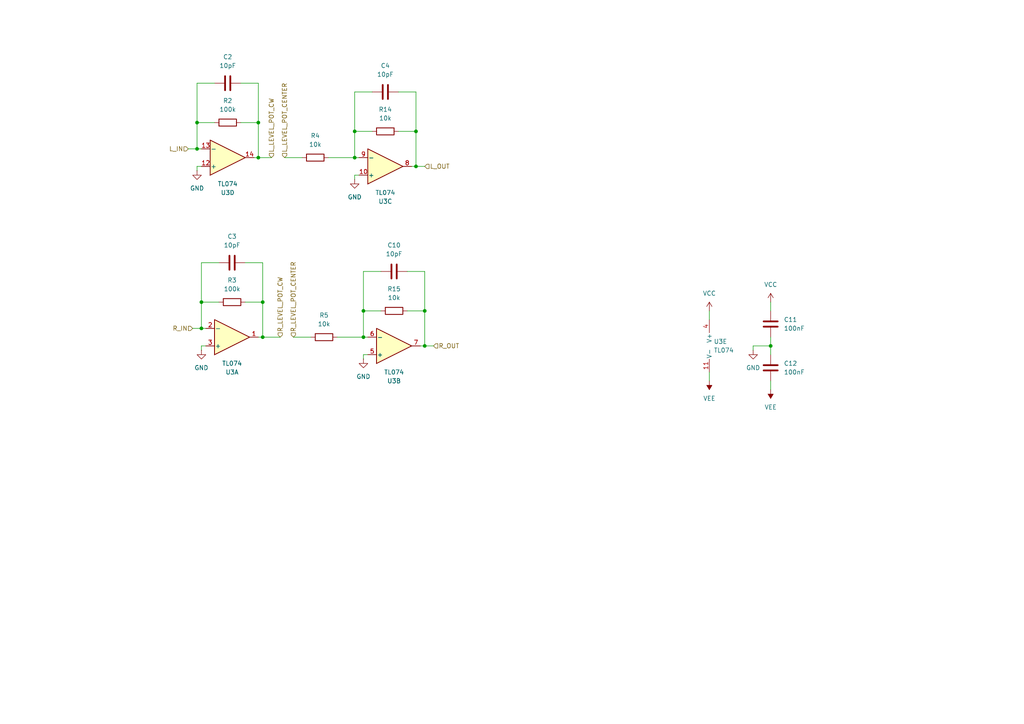
<source format=kicad_sch>
(kicad_sch (version 20231120) (generator "eeschema") (generator_version "8.0")
  (paper "A4")
  (title_block (title "BCM Mixer") (date "2024-11-17") (rev "rev01") (company "Bristol Communal Modular") (comment 2 "creativecommons.org/licenses/by/4.0/") (comment 3 "License: CC BY 4.0") (comment 4 "Author: Guy John"))
  (lib_symbols
    (symbol "Amplifier_Operational:TL074" (pin_names (offset 0.127))
      (property "Reference" "U" (at 0 5.08 0))
      (property "Value" "TL074" (at 0 -5.08 0))
      (symbol "TL074_1_1"
        (polyline (pts (xy -5.08 5.08) (xy 5.08 0) (xy -5.08 -5.08) (xy -5.08 5.08)) (stroke (width 0.254)) (fill (type background)))
        (pin output line (at 7.62 0 180) (length 2.54) (name "~") (number "1"))
        (pin input line (at -7.62 -2.54 0) (length 2.54) (name "-") (number "2"))
        (pin input line (at -7.62 2.54 0) (length 2.54) (name "+") (number "3"))
      )
      (symbol "TL074_2_1"
        (polyline (pts (xy -5.08 5.08) (xy 5.08 0) (xy -5.08 -5.08) (xy -5.08 5.08)) (stroke (width 0.254)) (fill (type background)))
        (pin input line (at -7.62 2.54 0) (length 2.54) (name "+") (number "5"))
        (pin input line (at -7.62 -2.54 0) (length 2.54) (name "-") (number "6"))
        (pin output line (at 7.62 0 180) (length 2.54) (name "~") (number "7"))
      )
      (symbol "TL074_3_1"
        (polyline (pts (xy -5.08 5.08) (xy 5.08 0) (xy -5.08 -5.08) (xy -5.08 5.08)) (stroke (width 0.254)) (fill (type background)))
        (pin input line (at -7.62 2.54 0) (length 2.54) (name "+") (number "10"))
        (pin output line (at 7.62 0 180) (length 2.54) (name "~") (number "8"))
        (pin input line (at -7.62 -2.54 0) (length 2.54) (name "-") (number "9"))
      )
      (symbol "TL074_4_1"
        (polyline (pts (xy -5.08 5.08) (xy 5.08 0) (xy -5.08 -5.08) (xy -5.08 5.08)) (stroke (width 0.254)) (fill (type background)))
        (pin input line (at -7.62 2.54 0) (length 2.54) (name "+") (number "12"))
        (pin input line (at -7.62 -2.54 0) (length 2.54) (name "-") (number "13"))
        (pin output line (at 7.62 0 180) (length 2.54) (name "~") (number "14"))
      )
      (symbol "TL074_5_1"
        (pin power_in line (at -2.54 -7.62 90) (length 3.81) (name "V-") (number "11"))
        (pin power_in line (at -2.54 7.62 270) (length 3.81) (name "V+") (number "4"))
      )
    )
    (symbol "Standard_Parts:C" (pin_numbers hide) (pin_names (offset 0.254) hide)
      (property "Reference" "C?" (at -6.35 0 90))
      (property "Value" "C" (at -3.81 0 90))
      (symbol "C_0_1"
        (polyline (pts (xy -2.032 -0.762) (xy 2.032 -0.762)) (stroke (width 0.508)))
        (polyline (pts (xy -2.032 0.762) (xy 2.032 0.762)) (stroke (width 0.508)))
      )
      (symbol "C_1_1"
        (pin passive line (at 0 3.81 270) (length 2.794) (name "~") (number "1"))
        (pin passive line (at 0 -3.81 90) (length 2.794) (name "~") (number "2"))
      )
    )
    (symbol "Standard_Parts:R" (pin_numbers hide) (pin_names (offset 0))
      (property "Reference" "R?" (at -5.08 0 90))
      (property "Value" "R" (at -2.54 0 90))
      (symbol "R_0_1"
        (rectangle (start 1.016 2.54) (end -1.016 -2.54) (stroke (width 0.254)))
      )
      (symbol "R_1_1"
        (pin passive line (at 0 -3.81 90) (length 1.27) (name "~") (number "1"))
        (pin passive line (at 0 3.81 270) (length 1.27) (name "~") (number "2"))
      )
    )
    (symbol "power:GND" (power) (pin_numbers hide) (pin_names (offset 0) hide)
      (property "Value" "GND" (at 0 -3.81 0))
      (symbol "GND_0_1"
        (polyline (pts (xy 0 0) (xy 0 -1.27) (xy 1.27 -1.27) (xy 0 -2.54) (xy -1.27 -1.27) (xy 0 -1.27)))
      )
      (symbol "GND_1_1"
        (pin power_in line (at 0 0 270) (length 0) (name "~") (number "1"))
      )
    )
    (symbol "power:VCC" (power) (pin_numbers hide) (pin_names (offset 0) hide)
      (property "Value" "VCC" (at 0 3.556 0))
      (symbol "VCC_0_1"
        (polyline (pts (xy -0.762 1.27) (xy 0 2.54)))
        (polyline (pts (xy 0 0) (xy 0 2.54)))
        (polyline (pts (xy 0 2.54) (xy 0.762 1.27)))
      )
      (symbol "VCC_1_1"
        (pin power_in line (at 0 0 90) (length 0) (name "~") (number "1"))
      )
    )
    (symbol "power:VEE" (power) (pin_numbers hide) (pin_names (offset 0) hide)
      (property "Value" "VEE" (at 0 3.556 0))
      (symbol "VEE_0_1"
        (polyline (pts (xy 0 0) (xy 0 2.54)))
        (polyline (pts (xy 0.762 1.27) (xy -0.762 1.27) (xy 0 2.54) (xy 0.762 1.27)) (fill (type outline)))
      )
      (symbol "VEE_1_1"
        (pin power_in line (at 0 0 90) (length 0) (name "~") (number "1"))
      )
    )
  )
  (junction (at 105.41 90.17))
  (junction (at 120.65 38.1))
  (junction (at 74.93 45.72))
  (junction (at 223.52 100.33))
  (junction (at 105.41 97.79))
  (junction (at 102.87 45.72))
  (junction (at 120.65 48.26))
  (junction (at 123.19 100.33))
  (junction (at 123.19 90.17))
  (junction (at 57.15 35.56))
  (junction (at 74.93 35.56))
  (junction (at 58.42 95.25))
  (junction (at 76.2 87.63))
  (junction (at 102.87 38.1))
  (junction (at 76.2 97.79))
  (junction (at 57.15 43.18))
  (junction (at 58.42 87.63))
  (wire (pts (xy 123.19 78.74) (xy 123.19 90.17)))
  (wire (pts (xy 102.87 26.67) (xy 102.87 38.1)))
  (wire (pts (xy 104.14 50.8) (xy 102.87 50.8)))
  (wire (pts (xy 105.41 97.79) (xy 106.68 97.79)))
  (wire (pts (xy 223.52 100.33) (xy 223.52 102.87)))
  (wire (pts (xy 105.41 90.17) (xy 110.49 90.17)))
  (wire (pts (xy 85.09 97.79) (xy 90.17 97.79)))
  (wire (pts (xy 57.15 43.18) (xy 58.42 43.18)))
  (wire (pts (xy 105.41 78.74) (xy 105.41 90.17)))
  (wire (pts (xy 223.52 87.63) (xy 223.52 90.17)))
  (wire (pts (xy 62.23 35.56) (xy 57.15 35.56)))
  (wire (pts (xy 74.93 45.72) (xy 78.74 45.72)))
  (wire (pts (xy 76.2 87.63) (xy 76.2 97.79)))
  (wire (pts (xy 123.19 90.17) (xy 123.19 100.33)))
  (wire (pts (xy 110.49 78.74) (xy 105.41 78.74)))
  (wire (pts (xy 69.85 35.56) (xy 74.93 35.56)))
  (wire (pts (xy 120.65 48.26) (xy 123.19 48.26)))
  (wire (pts (xy 71.12 87.63) (xy 76.2 87.63)))
  (wire (pts (xy 55.88 95.25) (xy 58.42 95.25)))
  (wire (pts (xy 58.42 95.25) (xy 59.69 95.25)))
  (wire (pts (xy 115.57 38.1) (xy 120.65 38.1)))
  (wire (pts (xy 62.23 24.13) (xy 57.15 24.13)))
  (wire (pts (xy 57.15 35.56) (xy 57.15 43.18)))
  (wire (pts (xy 121.92 100.33) (xy 123.19 100.33)))
  (wire (pts (xy 57.15 48.26) (xy 57.15 49.53)))
  (wire (pts (xy 74.93 45.72) (xy 73.66 45.72)))
  (wire (pts (xy 105.41 102.87) (xy 105.41 104.14)))
  (wire (pts (xy 107.95 26.67) (xy 102.87 26.67)))
  (wire (pts (xy 74.93 35.56) (xy 74.93 45.72)))
  (wire (pts (xy 102.87 38.1) (xy 102.87 45.72)))
  (wire (pts (xy 58.42 100.33) (xy 58.42 101.6)))
  (wire (pts (xy 76.2 97.79) (xy 74.93 97.79)))
  (wire (pts (xy 223.52 110.49) (xy 223.52 113.03)))
  (wire (pts (xy 218.44 100.33) (xy 223.52 100.33)))
  (wire (pts (xy 118.11 90.17) (xy 123.19 90.17)))
  (wire (pts (xy 120.65 38.1) (xy 120.65 48.26)))
  (wire (pts (xy 97.79 97.79) (xy 105.41 97.79)))
  (wire (pts (xy 58.42 87.63) (xy 58.42 95.25)))
  (wire (pts (xy 63.5 76.2) (xy 58.42 76.2)))
  (wire (pts (xy 74.93 24.13) (xy 74.93 35.56)))
  (wire (pts (xy 58.42 48.26) (xy 57.15 48.26)))
  (wire (pts (xy 106.68 102.87) (xy 105.41 102.87)))
  (wire (pts (xy 120.65 26.67) (xy 120.65 38.1)))
  (wire (pts (xy 76.2 76.2) (xy 76.2 87.63)))
  (wire (pts (xy 82.55 45.72) (xy 87.63 45.72)))
  (wire (pts (xy 76.2 97.79) (xy 81.28 97.79)))
  (wire (pts (xy 59.69 100.33) (xy 58.42 100.33)))
  (wire (pts (xy 102.87 38.1) (xy 107.95 38.1)))
  (wire (pts (xy 54.61 43.18) (xy 57.15 43.18)))
  (wire (pts (xy 63.5 87.63) (xy 58.42 87.63)))
  (wire (pts (xy 57.15 24.13) (xy 57.15 35.56)))
  (wire (pts (xy 105.41 90.17) (xy 105.41 97.79)))
  (wire (pts (xy 102.87 45.72) (xy 104.14 45.72)))
  (wire (pts (xy 58.42 76.2) (xy 58.42 87.63)))
  (wire (pts (xy 71.12 76.2) (xy 76.2 76.2)))
  (wire (pts (xy 102.87 50.8) (xy 102.87 52.07)))
  (wire (pts (xy 115.57 26.67) (xy 120.65 26.67)))
  (wire (pts (xy 218.44 101.6) (xy 218.44 100.33)))
  (wire (pts (xy 69.85 24.13) (xy 74.93 24.13)))
  (wire (pts (xy 205.74 107.95) (xy 205.74 110.49)))
  (wire (pts (xy 119.38 48.26) (xy 120.65 48.26)))
  (wire (pts (xy 118.11 78.74) (xy 123.19 78.74)))
  (wire (pts (xy 223.52 97.79) (xy 223.52 100.33)))
  (wire (pts (xy 123.19 100.33) (xy 125.73 100.33)))
  (wire (pts (xy 95.25 45.72) (xy 102.87 45.72)))
  (wire (pts (xy 205.74 90.17) (xy 205.74 92.71)))
  (hierarchical_label "L_LEVEL_POT_CENTER" (shape input) (at 82.55 45.72 90))
  (hierarchical_label "R_LEVEL_POT_CW" (shape input) (at 81.28 97.79 90))
  (hierarchical_label "L_LEVEL_POT_CW" (shape input) (at 78.74 45.72 90))
  (hierarchical_label "R_LEVEL_POT_CENTER" (shape input) (at 85.09 97.79 90))
  (hierarchical_label "R_OUT" (shape input) (at 125.73 100.33 0))
  (hierarchical_label "L_OUT" (shape input) (at 123.19 48.26 0))
  (hierarchical_label "R_IN" (shape input) (at 55.88 95.25 180))
  (hierarchical_label "L_IN" (shape input) (at 54.61 43.18 180))
  (symbol (lib_id "power:VCC") (at 223.52 87.63 0) (unit 1)
    (property "Reference" "#PWR022" (effects (hide yes)))
    (property "Value" "VCC" (at 223.52 82.55 0))
    (property "Description" "Power symbol creates a global label with name \"VCC\"" (effects (hide yes)))
  )
  (symbol (lib_id "Standard_Parts:R") (at 93.98 97.79 90) (unit 1)
    (property "Reference" "R5" (at 93.98 91.44 90))
    (property "Value" "10k" (at 93.98 93.98 90))
    (property "Footprint" "Rumblesan_Standard_Parts:R_Axial_DIN0207_L6.3mm_D2.5mm_P10.16mm_Horizontal" (effects (hide yes)))
    (property "Description" "Resistor" (effects (hide yes)))
    (property "Tolerance" "1%" (effects (hide yes)))
    (property "Power" "0.5W" (effects (hide yes)))
    (property "Spec" "metal film" (effects (hide yes)))
  )
  (symbol (lib_id "Amplifier_Operational:TL074") (at 208.28 100.33 0) (unit 5)
    (property "Reference" "U3" (at 207.01 99.0599 0) (effects (justify left)))
    (property "Value" "TL074" (at 207.01 101.5999 0) (effects (justify left)))
    (property "Footprint" "Package_DIP:DIP-14_W7.62mm_Socket_LongPads" (effects (hide yes)))
    (property "Datasheet" "http://www.ti.com/lit/ds/symlink/tl071.pdf" (effects (hide yes)))
    (property "Description" "Quad Low-Noise JFET-Input Operational Amplifiers, DIP-14/SOIC-14" (effects (hide yes)))
  )
  (symbol (lib_id "Standard_Parts:C") (at 111.76 26.67 90) (unit 1)
    (property "Reference" "C4" (at 111.76 19.05 90))
    (property "Value" "10pF" (at 111.76 21.59 90))
    (property "Footprint" "Rumblesan_Standard_Parts:C_Rect_L7.0mm_W2.5mm_P5.00mm" (effects (hide yes)))
    (property "Description" "Unpolarized capacitor" (effects (hide yes)))
    (property "Spec" "ceramic C0G" (effects (hide yes)))
    (property "Tolerance" "5%" (effects (hide yes)))
  )
  (symbol (lib_id "Standard_Parts:R") (at 114.3 90.17 90) (unit 1)
    (property "Reference" "R15" (at 114.3 83.82 90))
    (property "Value" "10k" (at 114.3 86.36 90))
    (property "Footprint" "Rumblesan_Standard_Parts:R_Axial_DIN0207_L6.3mm_D2.5mm_P10.16mm_Horizontal" (effects (hide yes)))
    (property "Description" "Resistor" (effects (hide yes)))
    (property "Tolerance" "1%" (effects (hide yes)))
    (property "Power" "0.5W" (effects (hide yes)))
    (property "Spec" "metal film" (effects (hide yes)))
  )
  (symbol (lib_id "Amplifier_Operational:TL074") (at 114.3 100.33 0) (mirror x) (unit 2)
    (property "Reference" "U3" (at 114.3 110.49 0))
    (property "Value" "TL074" (at 114.3 107.95 0))
    (property "Footprint" "Package_DIP:DIP-14_W7.62mm_Socket_LongPads" (effects (hide yes)))
    (property "Datasheet" "http://www.ti.com/lit/ds/symlink/tl071.pdf" (effects (hide yes)))
    (property "Description" "Quad Low-Noise JFET-Input Operational Amplifiers, DIP-14/SOIC-14" (effects (hide yes)))
  )
  (symbol (lib_id "power:GND") (at 58.42 101.6 0) (unit 1)
    (property "Reference" "#PWR04" (effects (hide yes)))
    (property "Value" "GND" (at 58.42 106.68 0))
    (property "Description" "Power symbol creates a global label with name \"GND\" , ground" (effects (hide yes)))
  )
  (symbol (lib_id "Amplifier_Operational:TL074") (at 67.31 97.79 0) (mirror x) (unit 1)
    (property "Reference" "U3" (at 67.31 107.95 0))
    (property "Value" "TL074" (at 67.31 105.41 0))
    (property "Footprint" "Package_DIP:DIP-14_W7.62mm_Socket_LongPads" (effects (hide yes)))
    (property "Datasheet" "http://www.ti.com/lit/ds/symlink/tl071.pdf" (effects (hide yes)))
    (property "Description" "Quad Low-Noise JFET-Input Operational Amplifiers, DIP-14/SOIC-14" (effects (hide yes)))
  )
  (symbol (lib_id "Standard_Parts:C") (at 223.52 93.98 180) (unit 1)
    (property "Reference" "C11" (at 227.33 92.7099 0) (effects (justify right)))
    (property "Value" "100nF" (at 227.33 95.2499 0) (effects (justify right)))
    (property "Footprint" "Rumblesan_Standard_Parts:C_Rect_L7.0mm_W2.5mm_P5.00mm" (effects (hide yes)))
    (property "Description" "Unpolarized capacitor" (effects (hide yes)))
    (property "Spec" "ceramic C0G" (effects (hide yes)))
    (property "Tolerance" "5%" (effects (hide yes)))
  )
  (symbol (lib_id "Standard_Parts:R") (at 66.04 35.56 90) (unit 1)
    (property "Reference" "R2" (at 66.04 29.21 90))
    (property "Value" "100k" (at 66.04 31.75 90))
    (property "Footprint" "Rumblesan_Standard_Parts:R_Axial_DIN0207_L6.3mm_D2.5mm_P10.16mm_Horizontal" (effects (hide yes)))
    (property "Description" "Resistor" (effects (hide yes)))
    (property "Tolerance" "1%" (effects (hide yes)))
    (property "Power" "0.5W" (effects (hide yes)))
    (property "Spec" "metal film" (effects (hide yes)))
  )
  (symbol (lib_id "power:GND") (at 105.41 104.14 0) (unit 1)
    (property "Reference" "#PWR016" (effects (hide yes)))
    (property "Value" "GND" (at 105.41 109.22 0))
    (property "Description" "Power symbol creates a global label with name \"GND\" , ground" (effects (hide yes)))
  )
  (symbol (lib_id "power:VEE") (at 205.74 110.49 180) (unit 1)
    (property "Reference" "#PWR020" (effects (hide yes)))
    (property "Value" "VEE" (at 205.74 115.57 0))
    (property "Description" "Power symbol creates a global label with name \"VEE\"" (effects (hide yes)))
  )
  (symbol (lib_id "Standard_Parts:R") (at 67.31 87.63 90) (unit 1)
    (property "Reference" "R3" (at 67.31 81.28 90))
    (property "Value" "100k" (at 67.31 83.82 90))
    (property "Footprint" "Rumblesan_Standard_Parts:R_Axial_DIN0207_L6.3mm_D2.5mm_P10.16mm_Horizontal" (effects (hide yes)))
    (property "Description" "Resistor" (effects (hide yes)))
    (property "Tolerance" "1%" (effects (hide yes)))
    (property "Power" "0.5W" (effects (hide yes)))
    (property "Spec" "metal film" (effects (hide yes)))
  )
  (symbol (lib_id "Standard_Parts:C") (at 67.31 76.2 90) (unit 1)
    (property "Reference" "C3" (at 67.31 68.58 90))
    (property "Value" "10pF" (at 67.31 71.12 90))
    (property "Footprint" "Rumblesan_Standard_Parts:C_Rect_L7.0mm_W2.5mm_P5.00mm" (effects (hide yes)))
    (property "Description" "Unpolarized capacitor" (effects (hide yes)))
    (property "Spec" "ceramic C0G" (effects (hide yes)))
    (property "Tolerance" "5%" (effects (hide yes)))
  )
  (symbol (lib_id "Amplifier_Operational:TL074") (at 66.04 45.72 0) (mirror x) (unit 4)
    (property "Reference" "U3" (at 66.04 55.88 0))
    (property "Value" "TL074" (at 66.04 53.34 0))
    (property "Footprint" "Package_DIP:DIP-14_W7.62mm_Socket_LongPads" (effects (hide yes)))
    (property "Datasheet" "http://www.ti.com/lit/ds/symlink/tl071.pdf" (effects (hide yes)))
    (property "Description" "Quad Low-Noise JFET-Input Operational Amplifiers, DIP-14/SOIC-14" (effects (hide yes)))
  )
  (symbol (lib_id "Standard_Parts:C") (at 114.3 78.74 90) (unit 1)
    (property "Reference" "C10" (at 114.3 71.12 90))
    (property "Value" "10pF" (at 114.3 73.66 90))
    (property "Footprint" "Rumblesan_Standard_Parts:C_Rect_L7.0mm_W2.5mm_P5.00mm" (effects (hide yes)))
    (property "Description" "Unpolarized capacitor" (effects (hide yes)))
    (property "Spec" "ceramic C0G" (effects (hide yes)))
    (property "Tolerance" "5%" (effects (hide yes)))
  )
  (symbol (lib_id "power:VEE") (at 223.52 113.03 180) (unit 1)
    (property "Reference" "#PWR023" (effects (hide yes)))
    (property "Value" "VEE" (at 223.52 118.11 0))
    (property "Description" "Power symbol creates a global label with name \"VEE\"" (effects (hide yes)))
  )
  (symbol (lib_id "power:VCC") (at 205.74 90.17 0) (unit 1)
    (property "Reference" "#PWR019" (effects (hide yes)))
    (property "Value" "VCC" (at 205.74 85.09 0))
    (property "Description" "Power symbol creates a global label with name \"VCC\"" (effects (hide yes)))
  )
  (symbol (lib_id "Standard_Parts:R") (at 111.76 38.1 90) (unit 1)
    (property "Reference" "R14" (at 111.76 31.75 90))
    (property "Value" "10k" (at 111.76 34.29 90))
    (property "Footprint" "Rumblesan_Standard_Parts:R_Axial_DIN0207_L6.3mm_D2.5mm_P10.16mm_Horizontal" (effects (hide yes)))
    (property "Description" "Resistor" (effects (hide yes)))
    (property "Tolerance" "1%" (effects (hide yes)))
    (property "Power" "0.5W" (effects (hide yes)))
    (property "Spec" "metal film" (effects (hide yes)))
  )
  (symbol (lib_id "Standard_Parts:C") (at 223.52 106.68 180) (unit 1)
    (property "Reference" "C12" (at 227.33 105.4099 0) (effects (justify right)))
    (property "Value" "100nF" (at 227.33 107.9499 0) (effects (justify right)))
    (property "Footprint" "Rumblesan_Standard_Parts:C_Rect_L7.0mm_W2.5mm_P5.00mm" (effects (hide yes)))
    (property "Description" "Unpolarized capacitor" (effects (hide yes)))
    (property "Spec" "ceramic C0G" (effects (hide yes)))
    (property "Tolerance" "5%" (effects (hide yes)))
  )
  (symbol (lib_id "power:GND") (at 218.44 101.6 0) (unit 1)
    (property "Reference" "#PWR021" (effects (hide yes)))
    (property "Value" "GND" (at 218.44 106.68 0))
    (property "Description" "Power symbol creates a global label with name \"GND\" , ground" (effects (hide yes)))
  )
  (symbol (lib_id "Standard_Parts:C") (at 66.04 24.13 90) (unit 1)
    (property "Reference" "C2" (at 66.04 16.51 90))
    (property "Value" "10pF" (at 66.04 19.05 90))
    (property "Footprint" "Rumblesan_Standard_Parts:C_Rect_L7.0mm_W2.5mm_P5.00mm" (effects (hide yes)))
    (property "Description" "Unpolarized capacitor" (effects (hide yes)))
    (property "Spec" "ceramic C0G" (effects (hide yes)))
    (property "Tolerance" "5%" (effects (hide yes)))
  )
  (symbol (lib_id "power:GND") (at 102.87 52.07 0) (unit 1)
    (property "Reference" "#PWR015" (effects (hide yes)))
    (property "Value" "GND" (at 102.87 57.15 0))
    (property "Description" "Power symbol creates a global label with name \"GND\" , ground" (effects (hide yes)))
  )
  (symbol (lib_id "Standard_Parts:R") (at 91.44 45.72 90) (unit 1)
    (property "Reference" "R4" (at 91.44 39.37 90))
    (property "Value" "10k" (at 91.44 41.91 90))
    (property "Footprint" "Rumblesan_Standard_Parts:R_Axial_DIN0207_L6.3mm_D2.5mm_P10.16mm_Horizontal" (effects (hide yes)))
    (property "Description" "Resistor" (effects (hide yes)))
    (property "Tolerance" "1%" (effects (hide yes)))
    (property "Power" "0.5W" (effects (hide yes)))
    (property "Spec" "metal film" (effects (hide yes)))
  )
  (symbol (lib_id "power:GND") (at 57.15 49.53 0) (unit 1)
    (property "Reference" "#PWR03" (effects (hide yes)))
    (property "Value" "GND" (at 57.15 54.61 0))
    (property "Description" "Power symbol creates a global label with name \"GND\" , ground" (effects (hide yes)))
  )
  (symbol (lib_id "Amplifier_Operational:TL074") (at 111.76 48.26 0) (mirror x) (unit 3)
    (property "Reference" "U3" (at 111.76 58.42 0))
    (property "Value" "TL074" (at 111.76 55.88 0))
    (property "Footprint" "Package_DIP:DIP-14_W7.62mm_Socket_LongPads" (effects (hide yes)))
    (property "Datasheet" "http://www.ti.com/lit/ds/symlink/tl071.pdf" (effects (hide yes)))
    (property "Description" "Quad Low-Noise JFET-Input Operational Amplifiers, DIP-14/SOIC-14" (effects (hide yes)))
  )
)
</source>
